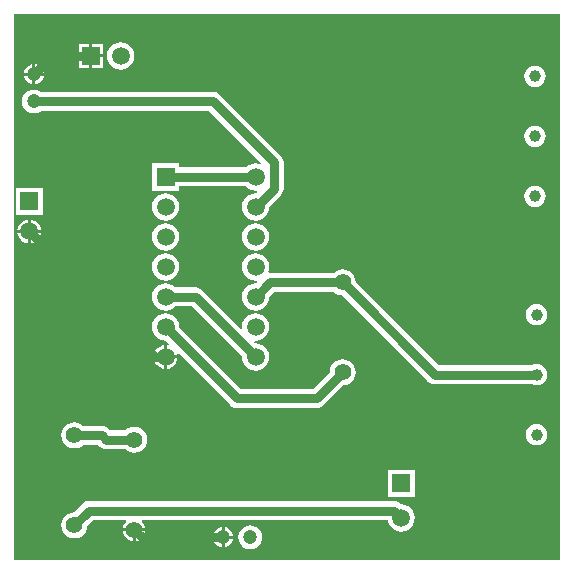
<source format=gbl>
G04 Layer_Physical_Order=2*
G04 Layer_Color=16711680*
%FSAX25Y25*%
%MOIN*%
G70*
G01*
G75*
%ADD10C,0.03150*%
%ADD11C,0.04724*%
%ADD12R,0.05906X0.05906*%
%ADD13C,0.05906*%
%ADD14C,0.05512*%
%ADD15C,0.03937*%
%ADD16R,0.05906X0.05906*%
G36*
X0389524Y0307326D02*
X0207326D01*
Y0489524D01*
X0389524D01*
Y0307326D01*
D02*
G37*
%LPC*%
G36*
X0236953Y0479453D02*
X0233500D01*
Y0476000D01*
X0236953D01*
Y0479453D01*
D02*
G37*
G36*
X0232500D02*
X0229047D01*
Y0476000D01*
X0232500D01*
Y0479453D01*
D02*
G37*
G36*
X0236953Y0475000D02*
X0233500D01*
Y0471547D01*
X0236953D01*
Y0475000D01*
D02*
G37*
G36*
X0232500D02*
X0229047D01*
Y0471547D01*
X0232500D01*
Y0475000D01*
D02*
G37*
G36*
X0243000Y0480067D02*
X0241818Y0479911D01*
X0240717Y0479455D01*
X0239771Y0478729D01*
X0239045Y0477783D01*
X0238589Y0476682D01*
X0238433Y0475500D01*
X0238589Y0474318D01*
X0239045Y0473217D01*
X0239771Y0472271D01*
X0240717Y0471545D01*
X0241818Y0471089D01*
X0243000Y0470933D01*
X0244182Y0471089D01*
X0245283Y0471545D01*
X0246229Y0472271D01*
X0246955Y0473217D01*
X0247411Y0474318D01*
X0247567Y0475500D01*
X0247411Y0476682D01*
X0246955Y0477783D01*
X0246229Y0478729D01*
X0245283Y0479455D01*
X0244182Y0479911D01*
X0243000Y0480067D01*
D02*
G37*
G36*
X0214500Y0472656D02*
Y0469831D01*
X0217325D01*
X0217276Y0470209D01*
X0216937Y0471026D01*
X0216398Y0471729D01*
X0215696Y0472268D01*
X0214878Y0472607D01*
X0214500Y0472656D01*
D02*
G37*
G36*
X0213500D02*
X0213122Y0472607D01*
X0212304Y0472268D01*
X0211602Y0471729D01*
X0211063Y0471026D01*
X0210724Y0470209D01*
X0210675Y0469831D01*
X0213500D01*
Y0472656D01*
D02*
G37*
G36*
X0217325Y0468831D02*
X0214500D01*
Y0466005D01*
X0214878Y0466055D01*
X0215696Y0466394D01*
X0216398Y0466933D01*
X0216937Y0467635D01*
X0217276Y0468453D01*
X0217325Y0468831D01*
D02*
G37*
G36*
X0213500D02*
X0210675D01*
X0210724Y0468453D01*
X0211063Y0467635D01*
X0211602Y0466933D01*
X0212304Y0466394D01*
X0213122Y0466055D01*
X0213500Y0466005D01*
Y0468831D01*
D02*
G37*
G36*
X0381122Y0472251D02*
X0380197Y0472129D01*
X0379335Y0471772D01*
X0378595Y0471204D01*
X0378027Y0470464D01*
X0377670Y0469602D01*
X0377548Y0468677D01*
X0377670Y0467752D01*
X0378027Y0466890D01*
X0378595Y0466150D01*
X0379335Y0465582D01*
X0380197Y0465225D01*
X0381122Y0465103D01*
X0382047Y0465225D01*
X0382909Y0465582D01*
X0383649Y0466150D01*
X0384217Y0466890D01*
X0384574Y0467752D01*
X0384696Y0468677D01*
X0384574Y0469602D01*
X0384217Y0470464D01*
X0383649Y0471204D01*
X0382909Y0471772D01*
X0382047Y0472129D01*
X0381122Y0472251D01*
D02*
G37*
G36*
Y0452251D02*
X0380197Y0452129D01*
X0379335Y0451772D01*
X0378595Y0451204D01*
X0378027Y0450464D01*
X0377670Y0449602D01*
X0377548Y0448677D01*
X0377670Y0447752D01*
X0378027Y0446890D01*
X0378595Y0446150D01*
X0379335Y0445582D01*
X0380197Y0445225D01*
X0381122Y0445103D01*
X0382047Y0445225D01*
X0382909Y0445582D01*
X0383649Y0446150D01*
X0384217Y0446890D01*
X0384574Y0447752D01*
X0384696Y0448677D01*
X0384574Y0449602D01*
X0384217Y0450464D01*
X0383649Y0451204D01*
X0382909Y0451772D01*
X0382047Y0452129D01*
X0381122Y0452251D01*
D02*
G37*
G36*
X0214000Y0464247D02*
X0212972Y0464111D01*
X0212015Y0463715D01*
X0211192Y0463084D01*
X0210561Y0462261D01*
X0210164Y0461303D01*
X0210029Y0460276D01*
X0210164Y0459248D01*
X0210561Y0458290D01*
X0211192Y0457468D01*
X0212015Y0456837D01*
X0212972Y0456440D01*
X0214000Y0456305D01*
X0215028Y0456440D01*
X0215985Y0456837D01*
X0216327Y0457099D01*
X0272509D01*
X0289802Y0439806D01*
X0289519Y0439382D01*
X0289162Y0439529D01*
X0287980Y0439685D01*
X0286799Y0439529D01*
X0285697Y0439073D01*
X0284751Y0438347D01*
X0284711Y0438295D01*
X0262508D01*
Y0439646D01*
X0253453D01*
Y0430591D01*
X0262508D01*
Y0431941D01*
X0284711D01*
X0284751Y0431889D01*
X0285697Y0431163D01*
X0286799Y0430707D01*
X0287980Y0430552D01*
X0288293Y0430593D01*
X0288514Y0430144D01*
X0288046Y0429676D01*
X0287980Y0429685D01*
X0286799Y0429529D01*
X0285697Y0429073D01*
X0284751Y0428347D01*
X0284026Y0427401D01*
X0283569Y0426300D01*
X0283414Y0425118D01*
X0283569Y0423936D01*
X0284026Y0422835D01*
X0284751Y0421889D01*
X0285697Y0421163D01*
X0286799Y0420707D01*
X0287980Y0420552D01*
X0289162Y0420707D01*
X0290264Y0421163D01*
X0291210Y0421889D01*
X0291935Y0422835D01*
X0292391Y0423936D01*
X0292547Y0425118D01*
X0292538Y0425184D01*
X0296346Y0428992D01*
X0296851Y0429649D01*
X0297168Y0430416D01*
X0297277Y0431238D01*
Y0440000D01*
X0297168Y0440822D01*
X0296851Y0441588D01*
X0296346Y0442246D01*
X0276071Y0462522D01*
X0275413Y0463027D01*
X0274647Y0463344D01*
X0273824Y0463452D01*
X0216327D01*
X0215985Y0463715D01*
X0215028Y0464111D01*
X0214000Y0464247D01*
D02*
G37*
G36*
X0381122Y0432251D02*
X0380197Y0432129D01*
X0379335Y0431772D01*
X0378595Y0431204D01*
X0378027Y0430464D01*
X0377670Y0429602D01*
X0377548Y0428677D01*
X0377670Y0427752D01*
X0378027Y0426890D01*
X0378595Y0426150D01*
X0379335Y0425582D01*
X0380197Y0425225D01*
X0381122Y0425103D01*
X0382047Y0425225D01*
X0382909Y0425582D01*
X0383649Y0426150D01*
X0384217Y0426890D01*
X0384574Y0427752D01*
X0384696Y0428677D01*
X0384574Y0429602D01*
X0384217Y0430464D01*
X0383649Y0431204D01*
X0382909Y0431772D01*
X0382047Y0432129D01*
X0381122Y0432251D01*
D02*
G37*
G36*
X0217028Y0431528D02*
X0207972D01*
Y0422472D01*
X0217028D01*
Y0431528D01*
D02*
G37*
G36*
X0257980Y0429685D02*
X0256799Y0429529D01*
X0255697Y0429073D01*
X0254751Y0428347D01*
X0254026Y0427401D01*
X0253569Y0426300D01*
X0253414Y0425118D01*
X0253569Y0423936D01*
X0254026Y0422835D01*
X0254751Y0421889D01*
X0255697Y0421163D01*
X0256799Y0420707D01*
X0257980Y0420552D01*
X0259162Y0420707D01*
X0260264Y0421163D01*
X0261210Y0421889D01*
X0261935Y0422835D01*
X0262391Y0423936D01*
X0262547Y0425118D01*
X0262391Y0426300D01*
X0261935Y0427401D01*
X0261210Y0428347D01*
X0260264Y0429073D01*
X0259162Y0429529D01*
X0257980Y0429685D01*
D02*
G37*
G36*
X0213000Y0420921D02*
Y0417500D01*
X0216421D01*
X0216351Y0418032D01*
X0215953Y0418993D01*
X0215319Y0419819D01*
X0214493Y0420453D01*
X0213532Y0420851D01*
X0213000Y0420921D01*
D02*
G37*
G36*
X0212000D02*
X0211468Y0420851D01*
X0210507Y0420453D01*
X0209681Y0419819D01*
X0209047Y0418993D01*
X0208649Y0418032D01*
X0208579Y0417500D01*
X0212000D01*
Y0420921D01*
D02*
G37*
G36*
X0216421Y0416500D02*
X0213000D01*
Y0413079D01*
X0213532Y0413149D01*
X0214493Y0413547D01*
X0215319Y0414181D01*
X0215953Y0415007D01*
X0216351Y0415968D01*
X0216421Y0416500D01*
D02*
G37*
G36*
X0212000D02*
X0208579D01*
X0208649Y0415968D01*
X0209047Y0415007D01*
X0209681Y0414181D01*
X0210507Y0413547D01*
X0211468Y0413149D01*
X0212000Y0413079D01*
Y0416500D01*
D02*
G37*
G36*
X0287980Y0419685D02*
X0286799Y0419529D01*
X0285697Y0419073D01*
X0284751Y0418347D01*
X0284026Y0417402D01*
X0283569Y0416300D01*
X0283414Y0415118D01*
X0283569Y0413936D01*
X0284026Y0412835D01*
X0284751Y0411889D01*
X0285697Y0411163D01*
X0286799Y0410707D01*
X0287980Y0410552D01*
X0289162Y0410707D01*
X0290264Y0411163D01*
X0291210Y0411889D01*
X0291935Y0412835D01*
X0292391Y0413936D01*
X0292547Y0415118D01*
X0292391Y0416300D01*
X0291935Y0417402D01*
X0291210Y0418347D01*
X0290264Y0419073D01*
X0289162Y0419529D01*
X0287980Y0419685D01*
D02*
G37*
G36*
X0257980D02*
X0256799Y0419529D01*
X0255697Y0419073D01*
X0254751Y0418347D01*
X0254026Y0417402D01*
X0253569Y0416300D01*
X0253414Y0415118D01*
X0253569Y0413936D01*
X0254026Y0412835D01*
X0254751Y0411889D01*
X0255697Y0411163D01*
X0256799Y0410707D01*
X0257980Y0410552D01*
X0259162Y0410707D01*
X0260264Y0411163D01*
X0261210Y0411889D01*
X0261935Y0412835D01*
X0262391Y0413936D01*
X0262547Y0415118D01*
X0262391Y0416300D01*
X0261935Y0417402D01*
X0261210Y0418347D01*
X0260264Y0419073D01*
X0259162Y0419529D01*
X0257980Y0419685D01*
D02*
G37*
G36*
Y0409685D02*
X0256799Y0409529D01*
X0255697Y0409073D01*
X0254751Y0408347D01*
X0254026Y0407402D01*
X0253569Y0406300D01*
X0253414Y0405118D01*
X0253569Y0403936D01*
X0254026Y0402835D01*
X0254751Y0401889D01*
X0255697Y0401163D01*
X0256799Y0400707D01*
X0257980Y0400552D01*
X0259162Y0400707D01*
X0260264Y0401163D01*
X0261210Y0401889D01*
X0261935Y0402835D01*
X0262391Y0403936D01*
X0262547Y0405118D01*
X0262391Y0406300D01*
X0261935Y0407402D01*
X0261210Y0408347D01*
X0260264Y0409073D01*
X0259162Y0409529D01*
X0257980Y0409685D01*
D02*
G37*
G36*
X0287980D02*
X0286799Y0409529D01*
X0285697Y0409073D01*
X0284751Y0408347D01*
X0284026Y0407402D01*
X0283569Y0406300D01*
X0283414Y0405118D01*
X0283569Y0403936D01*
X0284026Y0402835D01*
X0284751Y0401889D01*
X0285697Y0401163D01*
X0286799Y0400707D01*
X0287980Y0400552D01*
X0288293Y0400593D01*
X0288514Y0400144D01*
X0288046Y0399676D01*
X0287980Y0399685D01*
X0286799Y0399529D01*
X0285697Y0399073D01*
X0284751Y0398347D01*
X0284026Y0397401D01*
X0283569Y0396300D01*
X0283414Y0395118D01*
X0283569Y0393936D01*
X0284026Y0392835D01*
X0284751Y0391889D01*
X0285697Y0391163D01*
X0286799Y0390707D01*
X0287980Y0390552D01*
X0289162Y0390707D01*
X0290264Y0391163D01*
X0291210Y0391889D01*
X0291935Y0392835D01*
X0292391Y0393936D01*
X0292547Y0395118D01*
X0292538Y0395184D01*
X0294178Y0396823D01*
X0314026D01*
X0314816Y0396217D01*
X0315869Y0395781D01*
X0316857Y0395651D01*
X0345577Y0366931D01*
X0346234Y0366426D01*
X0347001Y0366109D01*
X0347823Y0366000D01*
X0380032D01*
X0380697Y0365725D01*
X0381622Y0365603D01*
X0382547Y0365725D01*
X0383409Y0366082D01*
X0384149Y0366650D01*
X0384717Y0367390D01*
X0385074Y0368252D01*
X0385196Y0369177D01*
X0385074Y0370102D01*
X0384717Y0370964D01*
X0384149Y0371704D01*
X0383409Y0372272D01*
X0382547Y0372629D01*
X0381622Y0372751D01*
X0380697Y0372629D01*
X0380032Y0372354D01*
X0349139D01*
X0321349Y0400143D01*
X0321219Y0401130D01*
X0320783Y0402184D01*
X0320089Y0403089D01*
X0319184Y0403783D01*
X0318130Y0404219D01*
X0317000Y0404368D01*
X0315869Y0404219D01*
X0314816Y0403783D01*
X0314026Y0403177D01*
X0292862D01*
X0292604Y0403143D01*
X0292252Y0403601D01*
X0292391Y0403936D01*
X0292547Y0405118D01*
X0292391Y0406300D01*
X0291935Y0407402D01*
X0291210Y0408347D01*
X0290264Y0409073D01*
X0289162Y0409529D01*
X0287980Y0409685D01*
D02*
G37*
G36*
X0381622Y0392751D02*
X0380697Y0392629D01*
X0379835Y0392272D01*
X0379095Y0391704D01*
X0378527Y0390964D01*
X0378170Y0390102D01*
X0378048Y0389177D01*
X0378170Y0388252D01*
X0378527Y0387390D01*
X0379095Y0386650D01*
X0379835Y0386082D01*
X0380697Y0385725D01*
X0381622Y0385603D01*
X0382547Y0385725D01*
X0383409Y0386082D01*
X0384149Y0386650D01*
X0384717Y0387390D01*
X0385074Y0388252D01*
X0385196Y0389177D01*
X0385074Y0390102D01*
X0384717Y0390964D01*
X0384149Y0391704D01*
X0383409Y0392272D01*
X0382547Y0392629D01*
X0381622Y0392751D01*
D02*
G37*
G36*
X0257980Y0399685D02*
X0256799Y0399529D01*
X0255697Y0399073D01*
X0254751Y0398347D01*
X0254026Y0397401D01*
X0253569Y0396300D01*
X0253414Y0395118D01*
X0253569Y0393936D01*
X0254026Y0392835D01*
X0254751Y0391889D01*
X0255697Y0391163D01*
X0256799Y0390707D01*
X0257980Y0390552D01*
X0259162Y0390707D01*
X0260264Y0391163D01*
X0261210Y0391889D01*
X0261250Y0391941D01*
X0266665D01*
X0283422Y0375184D01*
X0283414Y0375118D01*
X0283569Y0373936D01*
X0284026Y0372835D01*
X0284751Y0371889D01*
X0285697Y0371163D01*
X0286799Y0370707D01*
X0287980Y0370552D01*
X0289162Y0370707D01*
X0290264Y0371163D01*
X0291210Y0371889D01*
X0291935Y0372835D01*
X0292391Y0373936D01*
X0292547Y0375118D01*
X0292391Y0376300D01*
X0291935Y0377401D01*
X0291210Y0378347D01*
X0290264Y0379073D01*
X0289162Y0379529D01*
X0287980Y0379685D01*
X0287915Y0379676D01*
X0287447Y0380144D01*
X0287668Y0380593D01*
X0287980Y0380552D01*
X0289162Y0380707D01*
X0290264Y0381163D01*
X0291210Y0381889D01*
X0291935Y0382835D01*
X0292391Y0383936D01*
X0292547Y0385118D01*
X0292391Y0386300D01*
X0291935Y0387402D01*
X0291210Y0388347D01*
X0290264Y0389073D01*
X0289162Y0389529D01*
X0287980Y0389685D01*
X0286799Y0389529D01*
X0285697Y0389073D01*
X0284751Y0388347D01*
X0284026Y0387402D01*
X0283569Y0386300D01*
X0283414Y0385118D01*
X0283455Y0384806D01*
X0283006Y0384585D01*
X0270227Y0397364D01*
X0269569Y0397869D01*
X0268803Y0398187D01*
X0267980Y0398295D01*
X0261250D01*
X0261210Y0398347D01*
X0260264Y0399073D01*
X0259162Y0399529D01*
X0257980Y0399685D01*
D02*
G37*
G36*
Y0389685D02*
X0256799Y0389529D01*
X0255697Y0389073D01*
X0254751Y0388347D01*
X0254026Y0387402D01*
X0253569Y0386300D01*
X0253414Y0385118D01*
X0253569Y0383936D01*
X0254026Y0382835D01*
X0254751Y0381889D01*
X0255697Y0381163D01*
X0256799Y0380707D01*
X0257980Y0380552D01*
X0258046Y0380560D01*
X0259175Y0379431D01*
X0259098Y0379212D01*
X0258917Y0378982D01*
X0258480Y0379039D01*
Y0375618D01*
X0261901D01*
X0261844Y0376055D01*
X0262075Y0376236D01*
X0262293Y0376313D01*
X0279552Y0359054D01*
X0280210Y0358549D01*
X0280976Y0358231D01*
X0281799Y0358123D01*
X0308300D01*
X0309122Y0358231D01*
X0309888Y0358549D01*
X0310546Y0359054D01*
X0317144Y0365651D01*
X0318130Y0365781D01*
X0319184Y0366217D01*
X0320089Y0366911D01*
X0320783Y0367816D01*
X0321219Y0368869D01*
X0321368Y0370000D01*
X0321219Y0371130D01*
X0320783Y0372184D01*
X0320089Y0373089D01*
X0319184Y0373783D01*
X0318130Y0374219D01*
X0317000Y0374368D01*
X0315869Y0374219D01*
X0314816Y0373783D01*
X0313911Y0373089D01*
X0313217Y0372184D01*
X0312781Y0371130D01*
X0312651Y0370144D01*
X0306984Y0364477D01*
X0283115D01*
X0262538Y0385053D01*
X0262547Y0385118D01*
X0262391Y0386300D01*
X0261935Y0387402D01*
X0261210Y0388347D01*
X0260264Y0389073D01*
X0259162Y0389529D01*
X0257980Y0389685D01*
D02*
G37*
G36*
X0257480Y0379039D02*
X0256948Y0378969D01*
X0255987Y0378571D01*
X0255161Y0377937D01*
X0254528Y0377112D01*
X0254129Y0376150D01*
X0254059Y0375618D01*
X0257480D01*
Y0379039D01*
D02*
G37*
G36*
X0261901Y0374618D02*
X0258480D01*
Y0371197D01*
X0259012Y0371267D01*
X0259974Y0371666D01*
X0260800Y0372299D01*
X0261433Y0373125D01*
X0261831Y0374086D01*
X0261901Y0374618D01*
D02*
G37*
G36*
X0257480D02*
X0254059D01*
X0254129Y0374086D01*
X0254528Y0373125D01*
X0255161Y0372299D01*
X0255987Y0371666D01*
X0256948Y0371267D01*
X0257480Y0371197D01*
Y0374618D01*
D02*
G37*
G36*
X0381622Y0352751D02*
X0380697Y0352629D01*
X0379835Y0352272D01*
X0379095Y0351704D01*
X0378527Y0350964D01*
X0378170Y0350102D01*
X0378048Y0349177D01*
X0378170Y0348252D01*
X0378527Y0347390D01*
X0379095Y0346650D01*
X0379835Y0346082D01*
X0380697Y0345725D01*
X0381622Y0345603D01*
X0382547Y0345725D01*
X0383409Y0346082D01*
X0384149Y0346650D01*
X0384717Y0347390D01*
X0385074Y0348252D01*
X0385196Y0349177D01*
X0385074Y0350102D01*
X0384717Y0350964D01*
X0384149Y0351704D01*
X0383409Y0352272D01*
X0382547Y0352629D01*
X0381622Y0352751D01*
D02*
G37*
G36*
X0227500Y0353368D02*
X0226370Y0353219D01*
X0225316Y0352783D01*
X0224411Y0352089D01*
X0223717Y0351184D01*
X0223281Y0350131D01*
X0223132Y0349000D01*
X0223281Y0347869D01*
X0223717Y0346816D01*
X0224411Y0345911D01*
X0225316Y0345217D01*
X0226370Y0344781D01*
X0227500Y0344632D01*
X0228630Y0344781D01*
X0229684Y0345217D01*
X0230474Y0345823D01*
X0235384D01*
X0235954Y0345254D01*
X0236612Y0344749D01*
X0237378Y0344431D01*
X0238200Y0344323D01*
X0244526D01*
X0245316Y0343717D01*
X0246370Y0343281D01*
X0247500Y0343132D01*
X0248630Y0343281D01*
X0249684Y0343717D01*
X0250589Y0344411D01*
X0251283Y0345316D01*
X0251719Y0346370D01*
X0251868Y0347500D01*
X0251719Y0348630D01*
X0251283Y0349684D01*
X0250589Y0350589D01*
X0249684Y0351283D01*
X0248630Y0351719D01*
X0247500Y0351868D01*
X0246370Y0351719D01*
X0245316Y0351283D01*
X0244526Y0350677D01*
X0239516D01*
X0238946Y0351246D01*
X0238288Y0351751D01*
X0237522Y0352068D01*
X0236700Y0352177D01*
X0230474D01*
X0229684Y0352783D01*
X0228630Y0353219D01*
X0227500Y0353368D01*
D02*
G37*
G36*
X0341028Y0337528D02*
X0331972D01*
Y0328472D01*
X0341028D01*
Y0337528D01*
D02*
G37*
G36*
X0334100Y0327077D02*
X0232400D01*
X0231578Y0326969D01*
X0230812Y0326651D01*
X0230154Y0326146D01*
X0227357Y0323349D01*
X0226370Y0323219D01*
X0225316Y0322783D01*
X0224411Y0322089D01*
X0223717Y0321184D01*
X0223281Y0320130D01*
X0223132Y0319000D01*
X0223281Y0317869D01*
X0223717Y0316816D01*
X0224411Y0315911D01*
X0225316Y0315217D01*
X0226370Y0314781D01*
X0227500Y0314632D01*
X0228630Y0314781D01*
X0229684Y0315217D01*
X0230589Y0315911D01*
X0231283Y0316816D01*
X0231719Y0317869D01*
X0231849Y0318857D01*
X0233716Y0320723D01*
X0244753D01*
X0244914Y0320250D01*
X0244821Y0320179D01*
X0244219Y0319394D01*
X0243841Y0318480D01*
X0243777Y0318000D01*
X0247500D01*
X0251222D01*
X0251159Y0318480D01*
X0250781Y0319394D01*
X0250179Y0320179D01*
X0250086Y0320250D01*
X0250247Y0320723D01*
X0332036D01*
X0332089Y0320318D01*
X0332545Y0319217D01*
X0333271Y0318271D01*
X0334217Y0317545D01*
X0335318Y0317089D01*
X0336500Y0316933D01*
X0337682Y0317089D01*
X0338783Y0317545D01*
X0339729Y0318271D01*
X0340455Y0319217D01*
X0340911Y0320318D01*
X0341067Y0321500D01*
X0340911Y0322682D01*
X0340455Y0323783D01*
X0339729Y0324729D01*
X0338783Y0325455D01*
X0337682Y0325911D01*
X0336500Y0326067D01*
X0336435Y0326058D01*
X0336346Y0326146D01*
X0335688Y0326651D01*
X0334922Y0326969D01*
X0334100Y0327077D01*
D02*
G37*
G36*
X0277669Y0318325D02*
Y0315500D01*
X0280495D01*
X0280445Y0315878D01*
X0280106Y0316696D01*
X0279567Y0317398D01*
X0278865Y0317937D01*
X0278047Y0318276D01*
X0277669Y0318325D01*
D02*
G37*
G36*
X0276669D02*
X0276291Y0318276D01*
X0275474Y0317937D01*
X0274771Y0317398D01*
X0274232Y0316696D01*
X0273893Y0315878D01*
X0273844Y0315500D01*
X0276669D01*
Y0318325D01*
D02*
G37*
G36*
X0251222Y0317000D02*
X0248000D01*
Y0313777D01*
X0248481Y0313841D01*
X0249394Y0314219D01*
X0250179Y0314821D01*
X0250781Y0315606D01*
X0251159Y0316519D01*
X0251222Y0317000D01*
D02*
G37*
G36*
X0247000D02*
X0243777D01*
X0243841Y0316519D01*
X0244219Y0315606D01*
X0244821Y0314821D01*
X0245606Y0314219D01*
X0246519Y0313841D01*
X0247000Y0313777D01*
Y0317000D01*
D02*
G37*
G36*
X0280495Y0314500D02*
X0277669D01*
Y0311675D01*
X0278047Y0311724D01*
X0278865Y0312063D01*
X0279567Y0312602D01*
X0280106Y0313304D01*
X0280445Y0314122D01*
X0280495Y0314500D01*
D02*
G37*
G36*
X0276669D02*
X0273844D01*
X0273893Y0314122D01*
X0274232Y0313304D01*
X0274771Y0312602D01*
X0275474Y0312063D01*
X0276291Y0311724D01*
X0276669Y0311675D01*
Y0314500D01*
D02*
G37*
G36*
X0286224Y0318971D02*
X0285197Y0318836D01*
X0284239Y0318439D01*
X0283417Y0317808D01*
X0282785Y0316986D01*
X0282389Y0316028D01*
X0282253Y0315000D01*
X0282389Y0313972D01*
X0282785Y0313015D01*
X0283417Y0312192D01*
X0284239Y0311561D01*
X0285197Y0311164D01*
X0286224Y0311029D01*
X0287252Y0311164D01*
X0288210Y0311561D01*
X0289032Y0312192D01*
X0289663Y0313015D01*
X0290060Y0313972D01*
X0290195Y0315000D01*
X0290060Y0316028D01*
X0289663Y0316986D01*
X0289032Y0317808D01*
X0288210Y0318439D01*
X0287252Y0318836D01*
X0286224Y0318971D01*
D02*
G37*
%LPD*%
D10*
X0257980Y0435118D02*
X0287980D01*
X0227500Y0349000D02*
X0236700D01*
X0238200Y0347500D01*
X0247500D01*
X0317000Y0400000D02*
X0347823Y0369177D01*
X0381622D01*
X0257980Y0385118D02*
X0281799Y0361300D01*
X0308300D01*
X0317000Y0370000D01*
X0257980Y0395118D02*
X0267980D01*
X0287980Y0375118D01*
Y0395118D02*
X0292862Y0400000D01*
X0317000D01*
X0334100Y0323900D02*
X0336500Y0321500D01*
X0232400Y0323900D02*
X0334100D01*
X0227500Y0319000D02*
X0232400Y0323900D01*
X0214000Y0460276D02*
X0273824D01*
X0294100Y0440000D01*
Y0431238D02*
Y0440000D01*
X0287980Y0425118D02*
X0294100Y0431238D01*
X0214000Y0469331D02*
X0220169Y0475500D01*
X0233000D01*
X0212500Y0417000D02*
X0254382Y0375118D01*
X0257980D01*
X0247500Y0317500D02*
X0250000Y0315000D01*
X0277169D01*
D11*
X0214000Y0460276D02*
D03*
Y0469331D02*
D03*
X0286224Y0315000D02*
D03*
X0277169D02*
D03*
D12*
X0257980Y0435118D02*
D03*
X0233000Y0475500D02*
D03*
D13*
X0257980Y0425118D02*
D03*
Y0415118D02*
D03*
Y0405118D02*
D03*
Y0395118D02*
D03*
Y0385118D02*
D03*
Y0375118D02*
D03*
X0287980Y0435118D02*
D03*
Y0425118D02*
D03*
Y0415118D02*
D03*
Y0405118D02*
D03*
Y0395118D02*
D03*
Y0385118D02*
D03*
Y0375118D02*
D03*
X0336500Y0321500D02*
D03*
X0212500Y0417000D02*
D03*
X0243000Y0475500D02*
D03*
D14*
X0317000Y0370000D02*
D03*
Y0400000D02*
D03*
X0247500Y0317500D02*
D03*
Y0347500D02*
D03*
X0227500Y0319000D02*
D03*
Y0349000D02*
D03*
D15*
X0381122Y0428677D02*
D03*
Y0448677D02*
D03*
Y0468677D02*
D03*
X0381622Y0349177D02*
D03*
Y0369177D02*
D03*
Y0389177D02*
D03*
D16*
X0336500Y0333000D02*
D03*
X0212500Y0427000D02*
D03*
M02*

</source>
